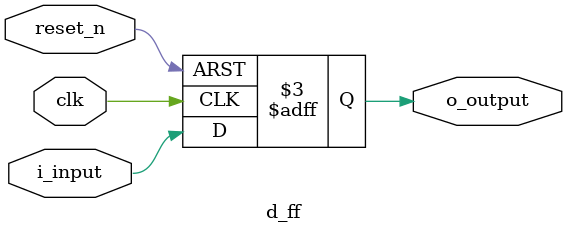
<source format=v>

module d_ff(input i_input,clk, reset_n,
            output reg o_output);

always @(posedge clk or negedge reset_n)
    begin
        if(!reset_n)
          o_output<=1'b0;
        else
          o_output<=i_input;
    end


endmodule
</source>
